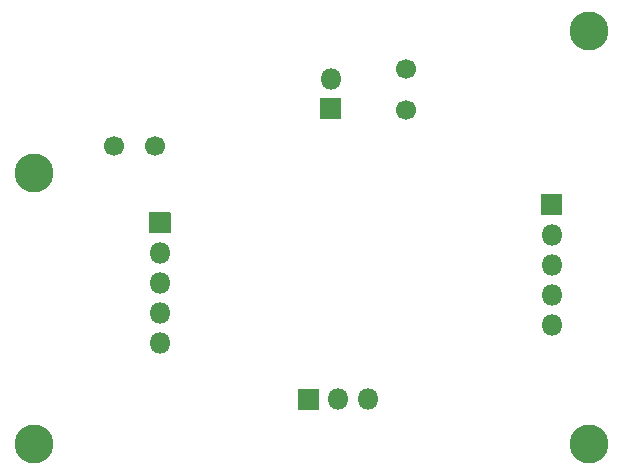
<source format=gbr>
%TF.GenerationSoftware,KiCad,Pcbnew,5.1.10-88a1d61d58~90~ubuntu20.04.1*%
%TF.CreationDate,2021-10-19T17:00:37+01:00*%
%TF.ProjectId,L6235-breakout,4c363233-352d-4627-9265-616b6f75742e,rev?*%
%TF.SameCoordinates,Original*%
%TF.FileFunction,Soldermask,Bot*%
%TF.FilePolarity,Negative*%
%FSLAX46Y46*%
G04 Gerber Fmt 4.6, Leading zero omitted, Abs format (unit mm)*
G04 Created by KiCad (PCBNEW 5.1.10-88a1d61d58~90~ubuntu20.04.1) date 2021-10-19 17:00:37*
%MOMM*%
%LPD*%
G01*
G04 APERTURE LIST*
%ADD10C,1.700000*%
%ADD11O,1.800000X1.800000*%
%ADD12C,3.300000*%
G04 APERTURE END LIST*
D10*
%TO.C,C3*%
X36461700Y-157734000D03*
X36461700Y-154234000D03*
%TD*%
D11*
%TO.C,J1*%
X48793400Y-175869600D03*
X48793400Y-173329600D03*
X48793400Y-170789600D03*
X48793400Y-168249600D03*
G36*
G01*
X47893400Y-166559600D02*
X47893400Y-164859600D01*
G75*
G02*
X47943400Y-164809600I50000J0D01*
G01*
X49643400Y-164809600D01*
G75*
G02*
X49693400Y-164859600I0J-50000D01*
G01*
X49693400Y-166559600D01*
G75*
G02*
X49643400Y-166609600I-50000J0D01*
G01*
X47943400Y-166609600D01*
G75*
G02*
X47893400Y-166559600I0J50000D01*
G01*
G37*
%TD*%
%TO.C,J2*%
G36*
G01*
X14733700Y-168096300D02*
X14733700Y-166396300D01*
G75*
G02*
X14783700Y-166346300I50000J0D01*
G01*
X16483700Y-166346300D01*
G75*
G02*
X16533700Y-166396300I0J-50000D01*
G01*
X16533700Y-168096300D01*
G75*
G02*
X16483700Y-168146300I-50000J0D01*
G01*
X14783700Y-168146300D01*
G75*
G02*
X14733700Y-168096300I0J50000D01*
G01*
G37*
X15633700Y-169786300D03*
X15633700Y-172326300D03*
X15633700Y-174866300D03*
X15633700Y-177406300D03*
%TD*%
%TO.C,J3*%
G36*
G01*
X29044000Y-183094200D02*
X27344000Y-183094200D01*
G75*
G02*
X27294000Y-183044200I0J50000D01*
G01*
X27294000Y-181344200D01*
G75*
G02*
X27344000Y-181294200I50000J0D01*
G01*
X29044000Y-181294200D01*
G75*
G02*
X29094000Y-181344200I0J-50000D01*
G01*
X29094000Y-183044200D01*
G75*
G02*
X29044000Y-183094200I-50000J0D01*
G01*
G37*
X30734000Y-182194200D03*
X33274000Y-182194200D03*
%TD*%
%TO.C,J5*%
G36*
G01*
X30986300Y-156757000D02*
X30986300Y-158457000D01*
G75*
G02*
X30936300Y-158507000I-50000J0D01*
G01*
X29236300Y-158507000D01*
G75*
G02*
X29186300Y-158457000I0J50000D01*
G01*
X29186300Y-156757000D01*
G75*
G02*
X29236300Y-156707000I50000J0D01*
G01*
X30936300Y-156707000D01*
G75*
G02*
X30986300Y-156757000I0J-50000D01*
G01*
G37*
X30086300Y-155067000D03*
%TD*%
D10*
%TO.C,C9*%
X15250000Y-160750000D03*
X11750000Y-160750000D03*
%TD*%
D12*
%TO.C,H1*%
X52000000Y-186000000D03*
%TD*%
%TO.C,H2*%
X52000000Y-151000000D03*
%TD*%
%TO.C,H3*%
X5000000Y-163000000D03*
%TD*%
%TO.C,H4*%
X5000000Y-186000000D03*
%TD*%
M02*

</source>
